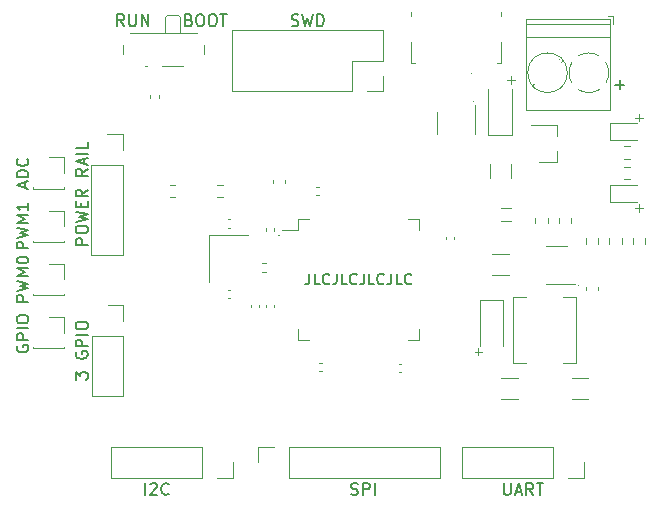
<source format=gbr>
%TF.GenerationSoftware,KiCad,Pcbnew,(5.1.10)-1*%
%TF.CreationDate,2021-07-10T11:27:40-07:00*%
%TF.ProjectId,willios_v2,77696c6c-696f-4735-9f76-322e6b696361,rev?*%
%TF.SameCoordinates,Original*%
%TF.FileFunction,Legend,Top*%
%TF.FilePolarity,Positive*%
%FSLAX46Y46*%
G04 Gerber Fmt 4.6, Leading zero omitted, Abs format (unit mm)*
G04 Created by KiCad (PCBNEW (5.1.10)-1) date 2021-07-10 11:27:40*
%MOMM*%
%LPD*%
G01*
G04 APERTURE LIST*
%ADD10C,0.150000*%
%ADD11C,0.100000*%
%ADD12C,0.120000*%
G04 APERTURE END LIST*
D10*
X107842857Y-138507142D02*
X107842857Y-139150000D01*
X107800000Y-139278571D01*
X107714285Y-139364285D01*
X107585714Y-139407142D01*
X107500000Y-139407142D01*
X108700000Y-139407142D02*
X108271428Y-139407142D01*
X108271428Y-138507142D01*
X109514285Y-139321428D02*
X109471428Y-139364285D01*
X109342857Y-139407142D01*
X109257142Y-139407142D01*
X109128571Y-139364285D01*
X109042857Y-139278571D01*
X109000000Y-139192857D01*
X108957142Y-139021428D01*
X108957142Y-138892857D01*
X109000000Y-138721428D01*
X109042857Y-138635714D01*
X109128571Y-138550000D01*
X109257142Y-138507142D01*
X109342857Y-138507142D01*
X109471428Y-138550000D01*
X109514285Y-138592857D01*
X110157142Y-138507142D02*
X110157142Y-139150000D01*
X110114285Y-139278571D01*
X110028571Y-139364285D01*
X109900000Y-139407142D01*
X109814285Y-139407142D01*
X111014285Y-139407142D02*
X110585714Y-139407142D01*
X110585714Y-138507142D01*
X111828571Y-139321428D02*
X111785714Y-139364285D01*
X111657142Y-139407142D01*
X111571428Y-139407142D01*
X111442857Y-139364285D01*
X111357142Y-139278571D01*
X111314285Y-139192857D01*
X111271428Y-139021428D01*
X111271428Y-138892857D01*
X111314285Y-138721428D01*
X111357142Y-138635714D01*
X111442857Y-138550000D01*
X111571428Y-138507142D01*
X111657142Y-138507142D01*
X111785714Y-138550000D01*
X111828571Y-138592857D01*
X112471428Y-138507142D02*
X112471428Y-139150000D01*
X112428571Y-139278571D01*
X112342857Y-139364285D01*
X112214285Y-139407142D01*
X112128571Y-139407142D01*
X113328571Y-139407142D02*
X112900000Y-139407142D01*
X112900000Y-138507142D01*
X114142857Y-139321428D02*
X114100000Y-139364285D01*
X113971428Y-139407142D01*
X113885714Y-139407142D01*
X113757142Y-139364285D01*
X113671428Y-139278571D01*
X113628571Y-139192857D01*
X113585714Y-139021428D01*
X113585714Y-138892857D01*
X113628571Y-138721428D01*
X113671428Y-138635714D01*
X113757142Y-138550000D01*
X113885714Y-138507142D01*
X113971428Y-138507142D01*
X114100000Y-138550000D01*
X114142857Y-138592857D01*
X114785714Y-138507142D02*
X114785714Y-139150000D01*
X114742857Y-139278571D01*
X114657142Y-139364285D01*
X114528571Y-139407142D01*
X114442857Y-139407142D01*
X115642857Y-139407142D02*
X115214285Y-139407142D01*
X115214285Y-138507142D01*
X116457142Y-139321428D02*
X116414285Y-139364285D01*
X116285714Y-139407142D01*
X116200000Y-139407142D01*
X116071428Y-139364285D01*
X115985714Y-139278571D01*
X115942857Y-139192857D01*
X115900000Y-139021428D01*
X115900000Y-138892857D01*
X115942857Y-138721428D01*
X115985714Y-138635714D01*
X116071428Y-138550000D01*
X116200000Y-138507142D01*
X116285714Y-138507142D01*
X116414285Y-138550000D01*
X116457142Y-138592857D01*
D11*
X135445238Y-132957142D02*
X136054761Y-132957142D01*
X135750000Y-133261904D02*
X135750000Y-132652380D01*
X135445238Y-125307142D02*
X136054761Y-125307142D01*
X135750000Y-125611904D02*
X135750000Y-125002380D01*
D10*
X133719047Y-122521428D02*
X134480952Y-122521428D01*
X134100000Y-122902380D02*
X134100000Y-122140476D01*
D11*
X121845238Y-145107142D02*
X122454761Y-145107142D01*
X122150000Y-145411904D02*
X122150000Y-144802380D01*
X124595238Y-122107142D02*
X125204761Y-122107142D01*
X124900000Y-122411904D02*
X124900000Y-121802380D01*
D12*
X121600000Y-121550000D02*
G75*
G03*
X121600000Y-121550000I-50000J0D01*
G01*
X126350000Y-125900000D02*
G75*
G03*
X126350000Y-125900000I-50000J0D01*
G01*
X130650000Y-139500000D02*
G75*
G03*
X130650000Y-139500000I-50000J0D01*
G01*
X121800000Y-123900000D02*
G75*
G03*
X121800000Y-123900000I-50000J0D01*
G01*
X105300000Y-135250000D02*
G75*
G03*
X105300000Y-135250000I-50000J0D01*
G01*
D10*
X84052380Y-140880952D02*
X83052380Y-140880952D01*
X83052380Y-140500000D01*
X83100000Y-140404761D01*
X83147619Y-140357142D01*
X83242857Y-140309523D01*
X83385714Y-140309523D01*
X83480952Y-140357142D01*
X83528571Y-140404761D01*
X83576190Y-140500000D01*
X83576190Y-140880952D01*
X83052380Y-139976190D02*
X84052380Y-139738095D01*
X83338095Y-139547619D01*
X84052380Y-139357142D01*
X83052380Y-139119047D01*
X84052380Y-138738095D02*
X83052380Y-138738095D01*
X83766666Y-138404761D01*
X83052380Y-138071428D01*
X84052380Y-138071428D01*
X83052380Y-137404761D02*
X83052380Y-137309523D01*
X83100000Y-137214285D01*
X83147619Y-137166666D01*
X83242857Y-137119047D01*
X83433333Y-137071428D01*
X83671428Y-137071428D01*
X83861904Y-137119047D01*
X83957142Y-137166666D01*
X84004761Y-137214285D01*
X84052380Y-137309523D01*
X84052380Y-137404761D01*
X84004761Y-137500000D01*
X83957142Y-137547619D01*
X83861904Y-137595238D01*
X83671428Y-137642857D01*
X83433333Y-137642857D01*
X83242857Y-137595238D01*
X83147619Y-137547619D01*
X83100000Y-137500000D01*
X83052380Y-137404761D01*
X84052380Y-136380952D02*
X83052380Y-136380952D01*
X83052380Y-136000000D01*
X83100000Y-135904761D01*
X83147619Y-135857142D01*
X83242857Y-135809523D01*
X83385714Y-135809523D01*
X83480952Y-135857142D01*
X83528571Y-135904761D01*
X83576190Y-136000000D01*
X83576190Y-136380952D01*
X83052380Y-135476190D02*
X84052380Y-135238095D01*
X83338095Y-135047619D01*
X84052380Y-134857142D01*
X83052380Y-134619047D01*
X84052380Y-134238095D02*
X83052380Y-134238095D01*
X83766666Y-133904761D01*
X83052380Y-133571428D01*
X84052380Y-133571428D01*
X84052380Y-132571428D02*
X84052380Y-133142857D01*
X84052380Y-132857142D02*
X83052380Y-132857142D01*
X83195238Y-132952380D01*
X83290476Y-133047619D01*
X83338095Y-133142857D01*
X83766666Y-131238095D02*
X83766666Y-130761904D01*
X84052380Y-131333333D02*
X83052380Y-131000000D01*
X84052380Y-130666666D01*
X84052380Y-130333333D02*
X83052380Y-130333333D01*
X83052380Y-130095238D01*
X83100000Y-129952380D01*
X83195238Y-129857142D01*
X83290476Y-129809523D01*
X83480952Y-129761904D01*
X83623809Y-129761904D01*
X83814285Y-129809523D01*
X83909523Y-129857142D01*
X84004761Y-129952380D01*
X84052380Y-130095238D01*
X84052380Y-130333333D01*
X83957142Y-128761904D02*
X84004761Y-128809523D01*
X84052380Y-128952380D01*
X84052380Y-129047619D01*
X84004761Y-129190476D01*
X83909523Y-129285714D01*
X83814285Y-129333333D01*
X83623809Y-129380952D01*
X83480952Y-129380952D01*
X83290476Y-129333333D01*
X83195238Y-129285714D01*
X83100000Y-129190476D01*
X83052380Y-129047619D01*
X83052380Y-128952380D01*
X83100000Y-128809523D01*
X83147619Y-128761904D01*
X89052380Y-136061904D02*
X88052380Y-136061904D01*
X88052380Y-135680952D01*
X88100000Y-135585714D01*
X88147619Y-135538095D01*
X88242857Y-135490476D01*
X88385714Y-135490476D01*
X88480952Y-135538095D01*
X88528571Y-135585714D01*
X88576190Y-135680952D01*
X88576190Y-136061904D01*
X88052380Y-134871428D02*
X88052380Y-134680952D01*
X88100000Y-134585714D01*
X88195238Y-134490476D01*
X88385714Y-134442857D01*
X88719047Y-134442857D01*
X88909523Y-134490476D01*
X89004761Y-134585714D01*
X89052380Y-134680952D01*
X89052380Y-134871428D01*
X89004761Y-134966666D01*
X88909523Y-135061904D01*
X88719047Y-135109523D01*
X88385714Y-135109523D01*
X88195238Y-135061904D01*
X88100000Y-134966666D01*
X88052380Y-134871428D01*
X88052380Y-134109523D02*
X89052380Y-133871428D01*
X88338095Y-133680952D01*
X89052380Y-133490476D01*
X88052380Y-133252380D01*
X88528571Y-132871428D02*
X88528571Y-132538095D01*
X89052380Y-132395238D02*
X89052380Y-132871428D01*
X88052380Y-132871428D01*
X88052380Y-132395238D01*
X89052380Y-131395238D02*
X88576190Y-131728571D01*
X89052380Y-131966666D02*
X88052380Y-131966666D01*
X88052380Y-131585714D01*
X88100000Y-131490476D01*
X88147619Y-131442857D01*
X88242857Y-131395238D01*
X88385714Y-131395238D01*
X88480952Y-131442857D01*
X88528571Y-131490476D01*
X88576190Y-131585714D01*
X88576190Y-131966666D01*
X89052380Y-129633333D02*
X88576190Y-129966666D01*
X89052380Y-130204761D02*
X88052380Y-130204761D01*
X88052380Y-129823809D01*
X88100000Y-129728571D01*
X88147619Y-129680952D01*
X88242857Y-129633333D01*
X88385714Y-129633333D01*
X88480952Y-129680952D01*
X88528571Y-129728571D01*
X88576190Y-129823809D01*
X88576190Y-130204761D01*
X88766666Y-129252380D02*
X88766666Y-128776190D01*
X89052380Y-129347619D02*
X88052380Y-129014285D01*
X89052380Y-128680952D01*
X89052380Y-128347619D02*
X88052380Y-128347619D01*
X89052380Y-127395238D02*
X89052380Y-127871428D01*
X88052380Y-127871428D01*
X83100000Y-144600000D02*
X83052380Y-144695238D01*
X83052380Y-144838095D01*
X83100000Y-144980952D01*
X83195238Y-145076190D01*
X83290476Y-145123809D01*
X83480952Y-145171428D01*
X83623809Y-145171428D01*
X83814285Y-145123809D01*
X83909523Y-145076190D01*
X84004761Y-144980952D01*
X84052380Y-144838095D01*
X84052380Y-144742857D01*
X84004761Y-144600000D01*
X83957142Y-144552380D01*
X83623809Y-144552380D01*
X83623809Y-144742857D01*
X84052380Y-144123809D02*
X83052380Y-144123809D01*
X83052380Y-143742857D01*
X83100000Y-143647619D01*
X83147619Y-143600000D01*
X83242857Y-143552380D01*
X83385714Y-143552380D01*
X83480952Y-143600000D01*
X83528571Y-143647619D01*
X83576190Y-143742857D01*
X83576190Y-144123809D01*
X84052380Y-143123809D02*
X83052380Y-143123809D01*
X83052380Y-142457142D02*
X83052380Y-142266666D01*
X83100000Y-142171428D01*
X83195238Y-142076190D01*
X83385714Y-142028571D01*
X83719047Y-142028571D01*
X83909523Y-142076190D01*
X84004761Y-142171428D01*
X84052380Y-142266666D01*
X84052380Y-142457142D01*
X84004761Y-142552380D01*
X83909523Y-142647619D01*
X83719047Y-142695238D01*
X83385714Y-142695238D01*
X83195238Y-142647619D01*
X83100000Y-142552380D01*
X83052380Y-142457142D01*
X88052380Y-147476190D02*
X88052380Y-146857142D01*
X88433333Y-147190476D01*
X88433333Y-147047619D01*
X88480952Y-146952380D01*
X88528571Y-146904761D01*
X88623809Y-146857142D01*
X88861904Y-146857142D01*
X88957142Y-146904761D01*
X89004761Y-146952380D01*
X89052380Y-147047619D01*
X89052380Y-147333333D01*
X89004761Y-147428571D01*
X88957142Y-147476190D01*
X88100000Y-145142857D02*
X88052380Y-145238095D01*
X88052380Y-145380952D01*
X88100000Y-145523809D01*
X88195238Y-145619047D01*
X88290476Y-145666666D01*
X88480952Y-145714285D01*
X88623809Y-145714285D01*
X88814285Y-145666666D01*
X88909523Y-145619047D01*
X89004761Y-145523809D01*
X89052380Y-145380952D01*
X89052380Y-145285714D01*
X89004761Y-145142857D01*
X88957142Y-145095238D01*
X88623809Y-145095238D01*
X88623809Y-145285714D01*
X89052380Y-144666666D02*
X88052380Y-144666666D01*
X88052380Y-144285714D01*
X88100000Y-144190476D01*
X88147619Y-144142857D01*
X88242857Y-144095238D01*
X88385714Y-144095238D01*
X88480952Y-144142857D01*
X88528571Y-144190476D01*
X88576190Y-144285714D01*
X88576190Y-144666666D01*
X89052380Y-143666666D02*
X88052380Y-143666666D01*
X88052380Y-143000000D02*
X88052380Y-142809523D01*
X88100000Y-142714285D01*
X88195238Y-142619047D01*
X88385714Y-142571428D01*
X88719047Y-142571428D01*
X88909523Y-142619047D01*
X89004761Y-142714285D01*
X89052380Y-142809523D01*
X89052380Y-143000000D01*
X89004761Y-143095238D01*
X88909523Y-143190476D01*
X88719047Y-143238095D01*
X88385714Y-143238095D01*
X88195238Y-143190476D01*
X88100000Y-143095238D01*
X88052380Y-143000000D01*
X106342857Y-117504761D02*
X106485714Y-117552380D01*
X106723809Y-117552380D01*
X106819047Y-117504761D01*
X106866666Y-117457142D01*
X106914285Y-117361904D01*
X106914285Y-117266666D01*
X106866666Y-117171428D01*
X106819047Y-117123809D01*
X106723809Y-117076190D01*
X106533333Y-117028571D01*
X106438095Y-116980952D01*
X106390476Y-116933333D01*
X106342857Y-116838095D01*
X106342857Y-116742857D01*
X106390476Y-116647619D01*
X106438095Y-116600000D01*
X106533333Y-116552380D01*
X106771428Y-116552380D01*
X106914285Y-116600000D01*
X107247619Y-116552380D02*
X107485714Y-117552380D01*
X107676190Y-116838095D01*
X107866666Y-117552380D01*
X108104761Y-116552380D01*
X108485714Y-117552380D02*
X108485714Y-116552380D01*
X108723809Y-116552380D01*
X108866666Y-116600000D01*
X108961904Y-116695238D01*
X109009523Y-116790476D01*
X109057142Y-116980952D01*
X109057142Y-117123809D01*
X109009523Y-117314285D01*
X108961904Y-117409523D01*
X108866666Y-117504761D01*
X108723809Y-117552380D01*
X108485714Y-117552380D01*
X92161904Y-117552380D02*
X91828571Y-117076190D01*
X91590476Y-117552380D02*
X91590476Y-116552380D01*
X91971428Y-116552380D01*
X92066666Y-116600000D01*
X92114285Y-116647619D01*
X92161904Y-116742857D01*
X92161904Y-116885714D01*
X92114285Y-116980952D01*
X92066666Y-117028571D01*
X91971428Y-117076190D01*
X91590476Y-117076190D01*
X92590476Y-116552380D02*
X92590476Y-117361904D01*
X92638095Y-117457142D01*
X92685714Y-117504761D01*
X92780952Y-117552380D01*
X92971428Y-117552380D01*
X93066666Y-117504761D01*
X93114285Y-117457142D01*
X93161904Y-117361904D01*
X93161904Y-116552380D01*
X93638095Y-117552380D02*
X93638095Y-116552380D01*
X94209523Y-117552380D01*
X94209523Y-116552380D01*
X97642857Y-117028571D02*
X97785714Y-117076190D01*
X97833333Y-117123809D01*
X97880952Y-117219047D01*
X97880952Y-117361904D01*
X97833333Y-117457142D01*
X97785714Y-117504761D01*
X97690476Y-117552380D01*
X97309523Y-117552380D01*
X97309523Y-116552380D01*
X97642857Y-116552380D01*
X97738095Y-116600000D01*
X97785714Y-116647619D01*
X97833333Y-116742857D01*
X97833333Y-116838095D01*
X97785714Y-116933333D01*
X97738095Y-116980952D01*
X97642857Y-117028571D01*
X97309523Y-117028571D01*
X98500000Y-116552380D02*
X98690476Y-116552380D01*
X98785714Y-116600000D01*
X98880952Y-116695238D01*
X98928571Y-116885714D01*
X98928571Y-117219047D01*
X98880952Y-117409523D01*
X98785714Y-117504761D01*
X98690476Y-117552380D01*
X98500000Y-117552380D01*
X98404761Y-117504761D01*
X98309523Y-117409523D01*
X98261904Y-117219047D01*
X98261904Y-116885714D01*
X98309523Y-116695238D01*
X98404761Y-116600000D01*
X98500000Y-116552380D01*
X99547619Y-116552380D02*
X99738095Y-116552380D01*
X99833333Y-116600000D01*
X99928571Y-116695238D01*
X99976190Y-116885714D01*
X99976190Y-117219047D01*
X99928571Y-117409523D01*
X99833333Y-117504761D01*
X99738095Y-117552380D01*
X99547619Y-117552380D01*
X99452380Y-117504761D01*
X99357142Y-117409523D01*
X99309523Y-117219047D01*
X99309523Y-116885714D01*
X99357142Y-116695238D01*
X99452380Y-116600000D01*
X99547619Y-116552380D01*
X100261904Y-116552380D02*
X100833333Y-116552380D01*
X100547619Y-117552380D02*
X100547619Y-116552380D01*
X124304761Y-156252380D02*
X124304761Y-157061904D01*
X124352380Y-157157142D01*
X124400000Y-157204761D01*
X124495238Y-157252380D01*
X124685714Y-157252380D01*
X124780952Y-157204761D01*
X124828571Y-157157142D01*
X124876190Y-157061904D01*
X124876190Y-156252380D01*
X125304761Y-156966666D02*
X125780952Y-156966666D01*
X125209523Y-157252380D02*
X125542857Y-156252380D01*
X125876190Y-157252380D01*
X126780952Y-157252380D02*
X126447619Y-156776190D01*
X126209523Y-157252380D02*
X126209523Y-156252380D01*
X126590476Y-156252380D01*
X126685714Y-156300000D01*
X126733333Y-156347619D01*
X126780952Y-156442857D01*
X126780952Y-156585714D01*
X126733333Y-156680952D01*
X126685714Y-156728571D01*
X126590476Y-156776190D01*
X126209523Y-156776190D01*
X127066666Y-156252380D02*
X127638095Y-156252380D01*
X127352380Y-157252380D02*
X127352380Y-156252380D01*
X111376190Y-157204761D02*
X111519047Y-157252380D01*
X111757142Y-157252380D01*
X111852380Y-157204761D01*
X111900000Y-157157142D01*
X111947619Y-157061904D01*
X111947619Y-156966666D01*
X111900000Y-156871428D01*
X111852380Y-156823809D01*
X111757142Y-156776190D01*
X111566666Y-156728571D01*
X111471428Y-156680952D01*
X111423809Y-156633333D01*
X111376190Y-156538095D01*
X111376190Y-156442857D01*
X111423809Y-156347619D01*
X111471428Y-156300000D01*
X111566666Y-156252380D01*
X111804761Y-156252380D01*
X111947619Y-156300000D01*
X112376190Y-157252380D02*
X112376190Y-156252380D01*
X112757142Y-156252380D01*
X112852380Y-156300000D01*
X112900000Y-156347619D01*
X112947619Y-156442857D01*
X112947619Y-156585714D01*
X112900000Y-156680952D01*
X112852380Y-156728571D01*
X112757142Y-156776190D01*
X112376190Y-156776190D01*
X113376190Y-157252380D02*
X113376190Y-156252380D01*
X93923809Y-157252380D02*
X93923809Y-156252380D01*
X94352380Y-156347619D02*
X94400000Y-156300000D01*
X94495238Y-156252380D01*
X94733333Y-156252380D01*
X94828571Y-156300000D01*
X94876190Y-156347619D01*
X94923809Y-156442857D01*
X94923809Y-156538095D01*
X94876190Y-156680952D01*
X94304761Y-157252380D01*
X94923809Y-157252380D01*
X95923809Y-157157142D02*
X95876190Y-157204761D01*
X95733333Y-157252380D01*
X95638095Y-157252380D01*
X95495238Y-157204761D01*
X95400000Y-157109523D01*
X95352380Y-157014285D01*
X95304761Y-156823809D01*
X95304761Y-156680952D01*
X95352380Y-156490476D01*
X95400000Y-156395238D01*
X95495238Y-156300000D01*
X95638095Y-156252380D01*
X95733333Y-156252380D01*
X95876190Y-156300000D01*
X95923809Y-156347619D01*
D12*
%TO.C,J9*%
X89370000Y-129270000D02*
X92030000Y-129270000D01*
X89370000Y-129270000D02*
X89370000Y-136950000D01*
X89370000Y-136950000D02*
X92030000Y-136950000D01*
X92030000Y-129270000D02*
X92030000Y-136950000D01*
X92030000Y-126670000D02*
X92030000Y-128000000D01*
X90700000Y-126670000D02*
X92030000Y-126670000D01*
%TO.C,R7*%
X100487258Y-130977500D02*
X100012742Y-130977500D01*
X100487258Y-132022500D02*
X100012742Y-132022500D01*
%TO.C,J12*%
X84420000Y-135830000D02*
X87080000Y-135830000D01*
X84420000Y-135710000D02*
X84420000Y-135830000D01*
X87080000Y-135710000D02*
X87080000Y-135830000D01*
X87080000Y-133170000D02*
X87080000Y-134500000D01*
X85750000Y-133170000D02*
X87080000Y-133170000D01*
%TO.C,J11*%
X84420000Y-140330000D02*
X87080000Y-140330000D01*
X84420000Y-140210000D02*
X84420000Y-140330000D01*
X87080000Y-140210000D02*
X87080000Y-140330000D01*
X87080000Y-137670000D02*
X87080000Y-139000000D01*
X85750000Y-137670000D02*
X87080000Y-137670000D01*
%TO.C,J10*%
X84420000Y-144830000D02*
X87080000Y-144830000D01*
X84420000Y-144710000D02*
X84420000Y-144830000D01*
X87080000Y-144710000D02*
X87080000Y-144830000D01*
X87080000Y-142170000D02*
X87080000Y-143500000D01*
X85750000Y-142170000D02*
X87080000Y-142170000D01*
%TO.C,J8*%
X89420000Y-143770000D02*
X92080000Y-143770000D01*
X89420000Y-143770000D02*
X89420000Y-148910000D01*
X89420000Y-148910000D02*
X92080000Y-148910000D01*
X92080000Y-143770000D02*
X92080000Y-148910000D01*
X92080000Y-141170000D02*
X92080000Y-142500000D01*
X90750000Y-141170000D02*
X92080000Y-141170000D01*
%TO.C,J7*%
X84420000Y-131330000D02*
X87080000Y-131330000D01*
X84420000Y-131210000D02*
X84420000Y-131330000D01*
X87080000Y-131210000D02*
X87080000Y-131330000D01*
X87080000Y-128670000D02*
X87080000Y-130000000D01*
X85750000Y-128670000D02*
X87080000Y-128670000D01*
%TO.C,J6*%
X106110000Y-155830000D02*
X106110000Y-153170000D01*
X106110000Y-155830000D02*
X118870000Y-155830000D01*
X118870000Y-155830000D02*
X118870000Y-153170000D01*
X106110000Y-153170000D02*
X118870000Y-153170000D01*
X103510000Y-153170000D02*
X104840000Y-153170000D01*
X103510000Y-154500000D02*
X103510000Y-153170000D01*
%TO.C,J5*%
X98730000Y-153170000D02*
X98730000Y-155830000D01*
X98730000Y-153170000D02*
X91050000Y-153170000D01*
X91050000Y-153170000D02*
X91050000Y-155830000D01*
X98730000Y-155830000D02*
X91050000Y-155830000D01*
X101330000Y-155830000D02*
X100000000Y-155830000D01*
X101330000Y-154500000D02*
X101330000Y-155830000D01*
%TO.C,J4*%
X128480000Y-153170000D02*
X128480000Y-155830000D01*
X128480000Y-153170000D02*
X120800000Y-153170000D01*
X120800000Y-153170000D02*
X120800000Y-155830000D01*
X128480000Y-155830000D02*
X120800000Y-155830000D01*
X131080000Y-155830000D02*
X129750000Y-155830000D01*
X131080000Y-154500000D02*
X131080000Y-155830000D01*
%TO.C,C1*%
X132260000Y-139634420D02*
X132260000Y-139915580D01*
X131240000Y-139634420D02*
X131240000Y-139915580D01*
%TO.C,C2*%
X124736252Y-136840000D02*
X123313748Y-136840000D01*
X124736252Y-138660000D02*
X123313748Y-138660000D01*
%TO.C,C3*%
X130038748Y-147340000D02*
X131461252Y-147340000D01*
X130038748Y-149160000D02*
X131461252Y-149160000D01*
%TO.C,C4*%
X125461252Y-147340000D02*
X124038748Y-147340000D01*
X125461252Y-149160000D02*
X124038748Y-149160000D01*
%TO.C,C5*%
X104790000Y-130559420D02*
X104790000Y-130840580D01*
X105810000Y-130559420D02*
X105810000Y-130840580D01*
%TO.C,C6*%
X108412164Y-131140000D02*
X108627836Y-131140000D01*
X108412164Y-131860000D02*
X108627836Y-131860000D01*
%TO.C,C7*%
X108907836Y-146040000D02*
X108692164Y-146040000D01*
X108907836Y-146760000D02*
X108692164Y-146760000D01*
%TO.C,C8*%
X115607836Y-146860000D02*
X115392164Y-146860000D01*
X115607836Y-146140000D02*
X115392164Y-146140000D01*
%TO.C,C9*%
X119390000Y-135392164D02*
X119390000Y-135607836D01*
X120110000Y-135392164D02*
X120110000Y-135607836D01*
%TO.C,C10*%
X104860000Y-134857836D02*
X104860000Y-134642164D01*
X104140000Y-134857836D02*
X104140000Y-134642164D01*
%TO.C,C11*%
X102890000Y-141357836D02*
X102890000Y-141142164D01*
X103610000Y-141357836D02*
X103610000Y-141142164D01*
%TO.C,C12*%
X104860000Y-141357836D02*
X104860000Y-141142164D01*
X104140000Y-141357836D02*
X104140000Y-141142164D01*
%TO.C,C13*%
X100912164Y-134610000D02*
X101127836Y-134610000D01*
X100912164Y-133890000D02*
X101127836Y-133890000D01*
%TO.C,C14*%
X101127836Y-140610000D02*
X100912164Y-140610000D01*
X101127836Y-139890000D02*
X100912164Y-139890000D01*
%TO.C,D1*%
X123000000Y-126750000D02*
X125000000Y-126750000D01*
X125000000Y-126750000D02*
X125000000Y-122850000D01*
X123000000Y-126750000D02*
X123000000Y-122850000D01*
%TO.C,D2*%
X124250000Y-140750000D02*
X124250000Y-144650000D01*
X122250000Y-140750000D02*
X122250000Y-144650000D01*
X124250000Y-140750000D02*
X122250000Y-140750000D01*
%TO.C,D3*%
X133265000Y-127235000D02*
X135550000Y-127235000D01*
X133265000Y-125765000D02*
X133265000Y-127235000D01*
X135550000Y-125765000D02*
X133265000Y-125765000D01*
%TO.C,D4*%
X135550000Y-131015000D02*
X133265000Y-131015000D01*
X133265000Y-131015000D02*
X133265000Y-132485000D01*
X133265000Y-132485000D02*
X135550000Y-132485000D01*
%TO.C,F1*%
X124910000Y-130452064D02*
X124910000Y-129247936D01*
X123090000Y-130452064D02*
X123090000Y-129247936D01*
%TO.C,FB1*%
X124899622Y-132940000D02*
X124100378Y-132940000D01*
X124899622Y-134060000D02*
X124100378Y-134060000D01*
%TO.C,J1*%
X133550000Y-116700000D02*
X133150000Y-116700000D01*
X133550000Y-117340000D02*
X133550000Y-116700000D01*
X129145000Y-120559000D02*
X129274000Y-120431000D01*
X126930000Y-122775000D02*
X127024000Y-122681000D01*
X128975000Y-120319000D02*
X129069000Y-120226000D01*
X126725000Y-122569000D02*
X126854000Y-122441000D01*
X126190000Y-124660000D02*
X126190000Y-116940000D01*
X133310000Y-124660000D02*
X133310000Y-116940000D01*
X133310000Y-116940000D02*
X126190000Y-116940000D01*
X133310000Y-124660000D02*
X126190000Y-124660000D01*
X133310000Y-118500000D02*
X126190000Y-118500000D01*
X133310000Y-117400000D02*
X126190000Y-117400000D01*
X129680000Y-121500000D02*
G75*
G03*
X129680000Y-121500000I-1680000J0D01*
G01*
X130609736Y-120075279D02*
G75*
G02*
X131500000Y-119820000I890264J-1424721D01*
G01*
X130074495Y-122390193D02*
G75*
G02*
X130075000Y-120609000I1425505J890193D01*
G01*
X132389894Y-122925358D02*
G75*
G02*
X130634000Y-122940000I-889894J1425358D01*
G01*
X132925358Y-120610106D02*
G75*
G02*
X132940000Y-122366000I-1425358J-889894D01*
G01*
X131471326Y-119819901D02*
G75*
G02*
X132366000Y-120060000I28674J-1680099D01*
G01*
%TO.C,J2*%
X124060000Y-116400000D02*
X124060000Y-116660000D01*
X124060000Y-118940000D02*
X124060000Y-120710000D01*
X124060000Y-120710000D02*
X123680000Y-120710000D01*
X116440000Y-120710000D02*
X116440000Y-118940000D01*
X116440000Y-116660000D02*
X116440000Y-116400000D01*
X116440000Y-120710000D02*
X116820000Y-120710000D01*
%TO.C,J3*%
X114080000Y-121750000D02*
X114080000Y-123080000D01*
X114080000Y-123080000D02*
X112750000Y-123080000D01*
X114080000Y-120480000D02*
X111480000Y-120480000D01*
X111480000Y-120480000D02*
X111480000Y-123080000D01*
X111480000Y-123080000D02*
X101260000Y-123080000D01*
X101260000Y-117880000D02*
X101260000Y-123080000D01*
X114080000Y-117880000D02*
X101260000Y-117880000D01*
X114080000Y-117880000D02*
X114080000Y-120480000D01*
%TO.C,L1*%
X125050000Y-146050000D02*
X126200000Y-146050000D01*
X130450000Y-146050000D02*
X129300000Y-146050000D01*
X125050000Y-140450000D02*
X126200000Y-140450000D01*
X130450000Y-140450000D02*
X129300000Y-140450000D01*
X125050000Y-140450000D02*
X125050000Y-146050000D01*
X130450000Y-140450000D02*
X130450000Y-146050000D01*
%TO.C,Q1*%
X128760000Y-129080000D02*
X127300000Y-129080000D01*
X128760000Y-125920000D02*
X126600000Y-125920000D01*
X128760000Y-125920000D02*
X128760000Y-126850000D01*
X128760000Y-129080000D02*
X128760000Y-128150000D01*
%TO.C,R1*%
X126977500Y-133762742D02*
X126977500Y-134237258D01*
X128022500Y-133762742D02*
X128022500Y-134237258D01*
%TO.C,R2*%
X128977500Y-134237258D02*
X128977500Y-133762742D01*
X130022500Y-134237258D02*
X130022500Y-133762742D01*
%TO.C,R3*%
X131227500Y-135512742D02*
X131227500Y-135987258D01*
X132272500Y-135512742D02*
X132272500Y-135987258D01*
%TO.C,R4*%
X134272500Y-135987258D02*
X134272500Y-135512742D01*
X133227500Y-135987258D02*
X133227500Y-135512742D01*
%TO.C,R5*%
X136272500Y-135512742D02*
X136272500Y-135987258D01*
X135227500Y-135512742D02*
X135227500Y-135987258D01*
%TO.C,R6*%
X134512742Y-127727500D02*
X134987258Y-127727500D01*
X134512742Y-128772500D02*
X134987258Y-128772500D01*
%TO.C,R8*%
X96012742Y-130977500D02*
X96487258Y-130977500D01*
X96012742Y-132022500D02*
X96487258Y-132022500D01*
%TO.C,R9*%
X94370000Y-123346359D02*
X94370000Y-123653641D01*
X95130000Y-123346359D02*
X95130000Y-123653641D01*
%TO.C,R10*%
X104153641Y-138380000D02*
X103846359Y-138380000D01*
X104153641Y-137620000D02*
X103846359Y-137620000D01*
%TO.C,R11*%
X134512742Y-130522500D02*
X134987258Y-130522500D01*
X134512742Y-129477500D02*
X134987258Y-129477500D01*
%TO.C,SW1*%
X92050000Y-119110000D02*
X92050000Y-119900000D01*
X98950000Y-119900000D02*
X98950000Y-119110000D01*
X97100000Y-120950000D02*
X95400000Y-120950000D01*
X98350000Y-118100000D02*
X92650000Y-118100000D01*
X95600000Y-116810000D02*
X95600000Y-118100000D01*
X96700000Y-116600000D02*
X95800000Y-116600000D01*
X96900000Y-118100000D02*
X96900000Y-116810000D01*
X95600000Y-116810000D02*
X95800000Y-116600000D01*
X96900000Y-116810000D02*
X96700000Y-116600000D01*
X94100000Y-120950000D02*
X93900000Y-120950000D01*
%TO.C,U1*%
X129650000Y-136140000D02*
X127850000Y-136140000D01*
X127850000Y-139360000D02*
X130300000Y-139360000D01*
%TO.C,U2*%
X121860000Y-126650000D02*
X121860000Y-124200000D01*
X118640000Y-124850000D02*
X118640000Y-126650000D01*
%TO.C,U3*%
X106890000Y-134840000D02*
X105550000Y-134840000D01*
X106890000Y-133890000D02*
X106890000Y-134840000D01*
X107840000Y-133890000D02*
X106890000Y-133890000D01*
X117110000Y-133890000D02*
X117110000Y-134840000D01*
X116160000Y-133890000D02*
X117110000Y-133890000D01*
X106890000Y-144110000D02*
X106890000Y-143160000D01*
X107840000Y-144110000D02*
X106890000Y-144110000D01*
X117110000Y-144110000D02*
X117110000Y-143160000D01*
X116160000Y-144110000D02*
X117110000Y-144110000D01*
%TO.C,Y1*%
X99350000Y-135250000D02*
X99350000Y-139250000D01*
X102650000Y-135250000D02*
X99350000Y-135250000D01*
%TD*%
M02*

</source>
